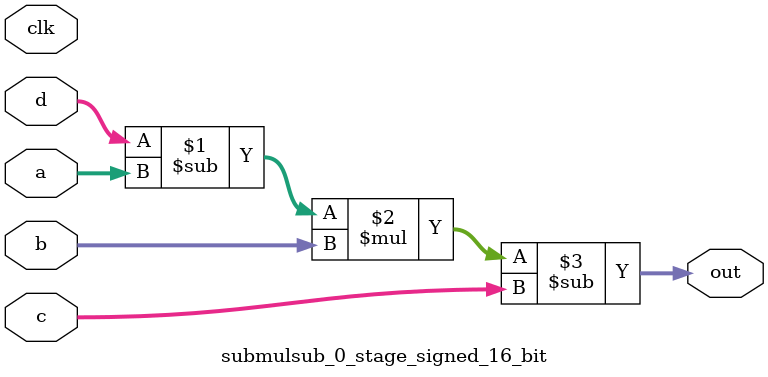
<source format=sv>
(* use_dsp = "yes" *) module submulsub_0_stage_signed_16_bit(
	input signed [15:0] a,
	input signed [15:0] b,
	input signed [15:0] c,
	input signed [15:0] d,
	output [15:0] out,
	input clk);

	assign out = ((d - a) * b) - c;
endmodule

</source>
